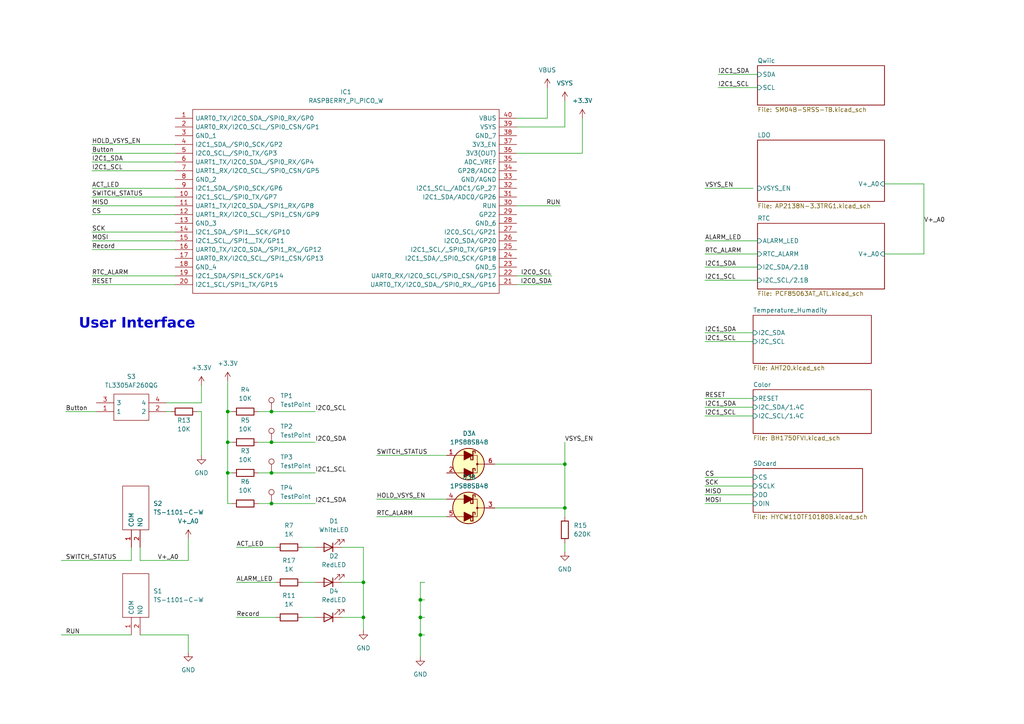
<source format=kicad_sch>
(kicad_sch (version 20230121) (generator eeschema)
  (paper "A4")
  (lib_symbols
    (symbol "Connector:TestPoint" (pin_numbers hide) (pin_names (offset 0.762) hide)
      (property "Reference" "TP" (at 0 6.858 0))
      (property "Value" "TestPoint" (at 0 5.08 0))
      (symbol "TestPoint_0_1"
        (circle (center 0 3.302) (radius 0.762))
      )
      (symbol "TestPoint_1_1"
        (pin passive line (at 0 0 90) (length 2.54) (name "1") (number "1"))
      )
    )
    (symbol "Device:LED" (pin_numbers hide) (pin_names (offset 1.016) hide)
      (property "Reference" "D" (at 0 2.54 0))
      (property "Value" "LED" (at 0 -2.54 0))
      (symbol "LED_0_1"
        (polyline (pts (xy -1.27 -1.27) (xy -1.27 1.27)) (stroke (width 0.254)))
        (polyline (pts (xy -1.27 0) (xy 1.27 0)))
        (polyline (pts (xy 1.27 -1.27) (xy 1.27 1.27) (xy -1.27 0) (xy 1.27 -1.27)) (stroke (width 0.254)))
        (polyline (pts (xy -3.048 -0.762) (xy -4.572 -2.286) (xy -3.81 -2.286) (xy -4.572 -2.286) (xy -4.572 -1.524)))
        (polyline (pts (xy -1.778 -0.762) (xy -3.302 -2.286) (xy -2.54 -2.286) (xy -3.302 -2.286) (xy -3.302 -1.524)))
      )
      (symbol "LED_1_1"
        (pin passive line (at -3.81 0 0) (length 2.54) (name "K") (number "1"))
        (pin passive line (at 3.81 0 180) (length 2.54) (name "A") (number "2"))
      )
    )
    (symbol "Device:R" (pin_numbers hide) (pin_names (offset 0))
      (property "Reference" "R" (at 2.032 0 90))
      (property "Value" "R" (at 0 0 90))
      (symbol "R_0_1"
        (rectangle (start -1.016 -2.54) (end 1.016 2.54) (stroke (width 0.254)))
      )
      (symbol "R_1_1"
        (pin passive line (at 0 3.81 270) (length 1.27) (name "~") (number "1"))
        (pin passive line (at 0 -3.81 90) (length 1.27) (name "~") (number "2"))
      )
    )
    (symbol "PCM_Diode_Schottky_AKL:1PS88SB48" (pin_names (offset 1.016) hide)
      (property "Reference" "D" (at 0 8.89 0))
      (property "Value" "1PS88SB48" (at 0 6.35 0))
      (symbol "1PS88SB48_0_1"
        (polyline (pts (xy -1.27 -2.54) (xy -3.81 -2.54)))
        (polyline (pts (xy -1.27 2.54) (xy -3.81 2.54)))
        (polyline (pts (xy 1.27 -3.81) (xy 1.27 -1.27)) (stroke (width 0.254)))
        (polyline (pts (xy 1.27 1.27) (xy 1.27 3.81)) (stroke (width 0.254)))
        (polyline (pts (xy 5.08 0) (xy 2.54 0)))
        (polyline (pts (xy 1.27 -2.54) (xy 2.54 -2.54) (xy 2.54 2.54) (xy 1.27 2.54)))
        (circle (center 0 0) (radius 4.572) (stroke (width 0.254)) (fill (type background)))
        (circle (center 2.54 0) (radius 0.254) (fill (type outline)))
      )
      (symbol "1PS88SB48_1_1"
        (polyline (pts (xy -1.27 -2.54) (xy 1.27 -2.54)))
        (polyline (pts (xy -1.27 2.54) (xy 1.27 2.54)))
        (polyline (pts (xy 1.27 -3.81) (xy 1.27 -1.27)) (stroke (width 0.254)))
        (polyline (pts (xy 1.27 1.27) (xy 1.27 3.81)) (stroke (width 0.254)))
        (polyline (pts (xy -1.27 -3.81) (xy -1.27 -1.27) (xy 1.27 -2.54) (xy -1.27 -3.81)) (stroke (width 0.254)) (fill (type outline)))
        (polyline (pts (xy -1.27 1.27) (xy -1.27 3.81) (xy 1.27 2.54) (xy -1.27 1.27)) (stroke (width 0.254)) (fill (type outline)))
        (polyline (pts (xy 0.635 -3.175) (xy 0.635 -3.81) (xy 1.27 -3.81) (xy 1.27 -1.27) (xy 1.905 -1.27) (xy 1.905 -1.905)) (stroke (width 0.254)))
        (polyline (pts (xy 0.635 1.905) (xy 0.635 1.27) (xy 1.27 1.27) (xy 1.27 3.81) (xy 1.905 3.81) (xy 1.905 3.175)) (stroke (width 0.254)))
        (pin passive line (at -6.35 2.54 0) (length 2.54) (name "A1") (number "1"))
        (pin passive line (at -6.35 -2.54 0) (length 2.54) (name "A1") (number "2"))
        (pin passive line (at 7.62 0 180) (length 2.54) (name "K1") (number "6"))
      )
      (symbol "1PS88SB48_2_1"
        (polyline (pts (xy -1.27 -2.54) (xy 1.27 -2.54)))
        (polyline (pts (xy -1.27 2.54) (xy 1.27 2.54)))
        (polyline (pts (xy 1.27 -3.81) (xy 1.27 -1.27)) (stroke (width 0.254)))
        (polyline (pts (xy 1.27 1.27) (xy 1.27 3.81)) (stroke (width 0.254)))
        (polyline (pts (xy -1.27 -3.81) (xy -1.27 -1.27) (xy 1.27 -2.54) (xy -1.27 -3.81)) (stroke (width 0.254)) (fill (type outline)))
        (polyline (pts (xy -1.27 1.27) (xy -1.27 3.81) (xy 1.27 2.54) (xy -1.27 1.27)) (stroke (width 0.254)) (fill (type outline)))
        (polyline (pts (xy 0.635 -3.175) (xy 0.635 -3.81) (xy 1.27 -3.81) (xy 1.27 -1.27) (xy 1.905 -1.27) (xy 1.905 -1.905)) (stroke (width 0.254)))
        (polyline (pts (xy 0.635 1.905) (xy 0.635 1.27) (xy 1.27 1.27) (xy 1.27 3.81) (xy 1.905 3.81) (xy 1.905 3.175)) (stroke (width 0.254)))
        (pin passive line (at 7.62 0 180) (length 2.54) (name "K2") (number "3"))
        (pin passive line (at -6.35 2.54 0) (length 2.54) (name "A2") (number "4"))
        (pin passive line (at -6.35 -2.54 0) (length 2.54) (name "A2") (number "5"))
      )
    )
    (symbol "RASPBERRY_PI_PICO_W:RASPBERRY_PI_PICO_W" (pin_names (offset 0.762))
      (property "Reference" "IC" (at 95.25 7.62 0))
      (property "Value" "RASPBERRY_PI_PICO_W" (at 95.25 5.08 0))
      (symbol "RASPBERRY_PI_PICO_W_0_0"
        (pin passive line (at 0 0 0) (length 5.08) (name "UART0_TX/I2C0_SDA_/SPI0_RX/GP0") (number "1"))
        (pin passive line (at 0 -22.86 0) (length 5.08) (name "I2C1_SCL_/SPI0_TX/GP7") (number "10"))
        (pin passive line (at 0 -25.4 0) (length 5.08) (name "UART1_TX/I2C0_SDA_/SPI1_RX/GP8") (number "11"))
        (pin passive line (at 0 -27.94 0) (length 5.08) (name "UART1_RX/I2C0_SCL_/SPI1_CSN/GP9") (number "12"))
        (pin passive line (at 0 -30.48 0) (length 5.08) (name "GND_3") (number "13"))
        (pin passive line (at 0 -33.02 0) (length 5.08) (name "I2C1_SDA_/SPI1__SCK/GP10") (number "14"))
        (pin passive line (at 0 -35.56 0) (length 5.08) (name "I2C1_SCL_/SPI1__TX/GP11") (number "15"))
        (pin passive line (at 0 -38.1 0) (length 5.08) (name "UART0_TX/I2C0_SDA_/SPI1_RX_/GP12") (number "16"))
        (pin passive line (at 0 -40.64 0) (length 5.08) (name "UART0_RX/I2C0_SCL_/SPI1_CSN/GP13") (number "17"))
        (pin passive line (at 0 -43.18 0) (length 5.08) (name "GND_4") (number "18"))
        (pin passive line (at 0 -45.72 0) (length 5.08) (name "I2C1_SDA/SPI1_SCK/GP14") (number "19"))
        (pin passive line (at 0 -2.54 0) (length 5.08) (name "UART0_RX/I2C0_SCL_/SPI0_CSN/GP1") (number "2"))
        (pin passive line (at 0 -48.26 0) (length 5.08) (name "I2C1_SCL/SPI1_TX/GP15") (number "20"))
        (pin passive line (at 99.06 -48.26 180) (length 5.08) (name "UART0_TX/I2C0_SDA_/SPI0_RX_/GP16") (number "21"))
        (pin passive line (at 99.06 -45.72 180) (length 5.08) (name "UART0_RX/I2C0_SCL/SPIO_CSN/GP17") (number "22"))
        (pin passive line (at 99.06 -43.18 180) (length 5.08) (name "GND_5") (number "23"))
        (pin passive line (at 99.06 -40.64 180) (length 5.08) (name "I2C1_SDA/_SPI0_SCK/GP18") (number "24"))
        (pin passive line (at 99.06 -38.1 180) (length 5.08) (name "I2C1_SCL/_SPI0_TX/GP19") (number "25"))
        (pin passive line (at 99.06 -35.56 180) (length 5.08) (name "I2C0_SDA/GP20") (number "26"))
        (pin passive line (at 99.06 -33.02 180) (length 5.08) (name "I2C0_SCL/GP21") (number "27"))
        (pin passive line (at 99.06 -30.48 180) (length 5.08) (name "GND_6") (number "28"))
        (pin passive line (at 99.06 -27.94 180) (length 5.08) (name "GP22") (number "29"))
        (pin passive line (at 0 -5.08 0) (length 5.08) (name "GND_1") (number "3"))
        (pin passive line (at 99.06 -25.4 180) (length 5.08) (name "RUN") (number "30"))
        (pin passive line (at 99.06 -22.86 180) (length 5.08) (name "I2C1_SDA/ADC0/GP26") (number "31"))
        (pin passive line (at 99.06 -20.32 180) (length 5.08) (name "I2C1_SCL_/ADC1/GP_27") (number "32"))
        (pin passive line (at 99.06 -17.78 180) (length 5.08) (name "GND/AGND") (number "33"))
        (pin passive line (at 99.06 -15.24 180) (length 5.08) (name "GP28/ADC2") (number "34"))
        (pin passive line (at 99.06 -12.7 180) (length 5.08) (name "ADC_VREF") (number "35"))
        (pin passive line (at 99.06 -10.16 180) (length 5.08) (name "3V3(OUT)") (number "36"))
        (pin passive line (at 99.06 -7.62 180) (length 5.08) (name "3V3_EN") (number "37"))
        (pin passive line (at 99.06 -5.08 180) (length 5.08) (name "GND_7") (number "38"))
        (pin passive line (at 99.06 -2.54 180) (length 5.08) (name "VSYS") (number "39"))
        (pin passive line (at 0 -7.62 0) (length 5.08) (name "I2C1_SDA_/SPI0_SCK/GP2") (number "4"))
        (pin passive line (at 99.06 0 180) (length 5.08) (name "VBUS") (number "40"))
        (pin passive line (at 0 -10.16 0) (length 5.08) (name "I2C0_SCL_/SPI0_TX/GP3") (number "5"))
        (pin passive line (at 0 -12.7 0) (length 5.08) (name "UART1_TX/I2C0_SDA_/SPI0_RX/GP4") (number "6"))
        (pin passive line (at 0 -15.24 0) (length 5.08) (name "UART1_RX/I2C0_SCL_/SPI0_CSN/GP5") (number "7"))
        (pin passive line (at 0 -17.78 0) (length 5.08) (name "GND_2") (number "8"))
        (pin passive line (at 0 -20.32 0) (length 5.08) (name "I2C1_SDA_/SPI0_SCK/GP6") (number "9"))
      )
      (symbol "RASPBERRY_PI_PICO_W_0_1"
        (polyline (pts (xy 5.08 2.54) (xy 93.98 2.54) (xy 93.98 -50.8) (xy 5.08 -50.8) (xy 5.08 2.54)) (stroke (width 0.1524)))
      )
    )
    (symbol "TL3305AF260QG:TL3305AF260QG" (pin_names (offset 0.762))
      (property "Reference" "S" (at 16.51 7.62 0))
      (property "Value" "TL3305AF260QG" (at 16.51 5.08 0))
      (symbol "TL3305AF260QG_0_0"
        (pin passive line (at 0 -2.54 0) (length 5.08) (name "1") (number "1"))
        (pin passive line (at 20.32 -2.54 180) (length 5.08) (name "2") (number "2"))
        (pin passive line (at 0 0 0) (length 5.08) (name "3") (number "3"))
        (pin passive line (at 20.32 0 180) (length 5.08) (name "4") (number "4"))
      )
      (symbol "TL3305AF260QG_0_1"
        (polyline (pts (xy 5.08 2.54) (xy 15.24 2.54) (xy 15.24 -5.08) (xy 5.08 -5.08) (xy 5.08 2.54)) (stroke (width 0.1524)))
      )
    )
    (symbol "TS-1101-C-W:TS-1101-C-W" (pin_names (offset 0.762))
      (property "Reference" "S" (at 19.05 7.62 0))
      (property "Value" "TS-1101-C-W" (at 19.05 5.08 0))
      (symbol "TS-1101-C-W_0_0"
        (pin passive line (at 0 0 0) (length 5.08) (name "COM") (number "1"))
        (pin passive line (at 0 -2.54 0) (length 5.08) (name "NO") (number "2"))
      )
      (symbol "TS-1101-C-W_0_1"
        (polyline (pts (xy 5.08 2.54) (xy 17.78 2.54) (xy 17.78 -5.08) (xy 5.08 -5.08) (xy 5.08 2.54)) (stroke (width 0.1524)))
      )
    )
    (symbol "power:+3.3V" (power) (pin_names (offset 0))
      (property "Value" "+3.3V" (at 0 3.556 0))
      (symbol "+3.3V_0_1"
        (polyline (pts (xy -0.762 1.27) (xy 0 2.54)))
        (polyline (pts (xy 0 0) (xy 0 2.54)))
        (polyline (pts (xy 0 2.54) (xy 0.762 1.27)))
      )
      (symbol "+3.3V_1_1"
        (pin power_in line (at 0 0 90) (length 0) hide (name "+3.3V") (number "1"))
      )
    )
    (symbol "power:GND" (power) (pin_names (offset 0))
      (property "Value" "GND" (at 0 -3.81 0))
      (symbol "GND_0_1"
        (polyline (pts (xy 0 0) (xy 0 -1.27) (xy 1.27 -1.27) (xy 0 -2.54) (xy -1.27 -1.27) (xy 0 -1.27)))
      )
      (symbol "GND_1_1"
        (pin power_in line (at 0 0 270) (length 0) hide (name "GND") (number "1"))
      )
    )
    (symbol "power:VBUS" (power) (pin_names (offset 0))
      (property "Value" "VBUS" (at 0 3.81 0))
      (symbol "VBUS_0_1"
        (polyline (pts (xy -0.762 1.27) (xy 0 2.54)))
        (polyline (pts (xy 0 0) (xy 0 2.54)))
        (polyline (pts (xy 0 2.54) (xy 0.762 1.27)))
      )
      (symbol "VBUS_1_1"
        (pin power_in line (at 0 0 90) (length 0) hide (name "VBUS") (number "1"))
      )
    )
    (symbol "power_vsys:V+_A0" (power) (pin_names (offset 0))
      (property "Value" "V+_A0" (at 0 3.81 0))
      (symbol "V+_A0_0_1"
        (polyline (pts (xy -0.762 1.27) (xy 0 2.54)))
        (polyline (pts (xy 0 0) (xy 0 2.54)))
        (polyline (pts (xy 0 2.54) (xy 0.762 1.27)))
      )
      (symbol "V+_A0_1_1"
        (pin power_in line (at 0 0 90) (length 0) hide (name "V+_A0") (number "1"))
      )
    )
    (symbol "power_vsys:VSYS" (power) (pin_names (offset 0))
      (property "Value" "VSYS" (at 0 3.81 0))
      (symbol "VSYS_0_1"
        (polyline (pts (xy -0.762 1.27) (xy 0 2.54)))
        (polyline (pts (xy 0 0) (xy 0 2.54)))
        (polyline (pts (xy 0 2.54) (xy 0.762 1.27)))
      )
      (symbol "VSYS_1_1"
        (pin power_in line (at 0 0 90) (length 0) hide (name "VSYS") (number "1"))
      )
    )
  )
  (junction (at 66.04 137.16))
  (junction (at 121.92 179.07))
  (junction (at 105.41 168.91))
  (junction (at 66.04 119.38))
  (junction (at 78.74 128.27))
  (junction (at 121.92 173.99))
  (junction (at 78.74 137.16))
  (junction (at 66.04 128.27))
  (junction (at 163.83 134.62))
  (junction (at 78.74 146.05))
  (junction (at 163.83 147.32))
  (junction (at 105.41 179.07))
  (junction (at 78.74 119.38))
  (junction (at 121.92 184.15))
  (wire (pts (xy 204.47 54.61) (xy 218.44 54.61)))
  (wire (pts (xy 204.47 115.57) (xy 218.44 115.57)))
  (wire (pts (xy 40.64 158.75) (xy 40.64 162.56)))
  (wire (pts (xy 66.04 119.38) (xy 66.04 128.27)))
  (wire (pts (xy 99.06 158.75) (xy 105.41 158.75)))
  (wire (pts (xy 68.58 168.91) (xy 80.01 168.91)))
  (wire (pts (xy 105.41 179.07) (xy 105.41 182.88)))
  (wire (pts (xy 204.47 99.06) (xy 218.44 99.06)))
  (wire (pts (xy 68.58 179.07) (xy 80.01 179.07)))
  (wire (pts (xy 163.83 128.27) (xy 163.83 134.62)))
  (wire (pts (xy 109.22 132.08) (xy 129.54 132.08)))
  (wire (pts (xy 163.83 157.48) (xy 163.83 160.02)))
  (wire (pts (xy 78.74 137.16) (xy 91.44 137.16)))
  (wire (pts (xy 158.75 34.29) (xy 158.75 25.4)))
  (wire (pts (xy 105.41 168.91) (xy 105.41 179.07)))
  (wire (pts (xy 78.74 146.05) (xy 91.44 146.05)))
  (wire (pts (xy 78.74 119.38) (xy 91.44 119.38)))
  (wire (pts (xy 26.67 44.45) (xy 50.8 44.45)))
  (wire (pts (xy 26.67 67.31) (xy 50.8 67.31)))
  (wire (pts (xy 66.04 137.16) (xy 66.04 146.05)))
  (wire (pts (xy 204.47 69.85) (xy 219.71 69.85)))
  (wire (pts (xy 256.54 53.34) (xy 267.97 53.34)))
  (wire (pts (xy 87.63 168.91) (xy 91.44 168.91)))
  (wire (pts (xy 99.06 168.91) (xy 105.41 168.91)))
  (wire (pts (xy 267.97 73.66) (xy 256.54 73.66)))
  (wire (pts (xy 149.86 59.69) (xy 162.56 59.69)))
  (wire (pts (xy 26.67 59.69) (xy 50.8 59.69)))
  (wire (pts (xy 26.67 41.91) (xy 50.8 41.91)))
  (wire (pts (xy 66.04 137.16) (xy 67.31 137.16)))
  (wire (pts (xy 87.63 179.07) (xy 91.44 179.07)))
  (wire (pts (xy 208.28 25.4) (xy 219.71 25.4)))
  (wire (pts (xy 66.04 119.38) (xy 67.31 119.38)))
  (wire (pts (xy 26.67 54.61) (xy 50.8 54.61)))
  (wire (pts (xy 121.92 184.15) (xy 121.92 190.5)))
  (wire (pts (xy 57.15 119.38) (xy 58.42 119.38)))
  (wire (pts (xy 121.92 173.99) (xy 121.92 179.07)))
  (wire (pts (xy 66.04 146.05) (xy 67.31 146.05)))
  (wire (pts (xy 105.41 158.75) (xy 105.41 168.91)))
  (wire (pts (xy 121.92 179.07) (xy 121.92 184.15)))
  (wire (pts (xy 163.83 147.32) (xy 163.83 149.86)))
  (wire (pts (xy 208.28 21.59) (xy 219.71 21.59)))
  (wire (pts (xy 74.93 146.05) (xy 78.74 146.05)))
  (wire (pts (xy 204.47 120.65) (xy 218.44 120.65)))
  (wire (pts (xy 204.47 73.66) (xy 219.71 73.66)))
  (wire (pts (xy 204.47 96.52) (xy 218.44 96.52)))
  (wire (pts (xy 26.67 82.55) (xy 50.8 82.55)))
  (wire (pts (xy 66.04 128.27) (xy 66.04 137.16)))
  (wire (pts (xy 204.47 146.05) (xy 218.44 146.05)))
  (wire (pts (xy 48.26 116.84) (xy 58.42 116.84)))
  (wire (pts (xy 26.67 69.85) (xy 50.8 69.85)))
  (wire (pts (xy 26.67 57.15) (xy 50.8 57.15)))
  (wire (pts (xy 54.61 184.15) (xy 54.61 189.23)))
  (wire (pts (xy 54.61 156.21) (xy 54.61 162.56)))
  (wire (pts (xy 163.83 36.83) (xy 163.83 29.21)))
  (wire (pts (xy 26.67 72.39) (xy 50.8 72.39)))
  (wire (pts (xy 38.1 158.75) (xy 38.1 162.56)))
  (wire (pts (xy 267.97 53.34) (xy 267.97 73.66)))
  (wire (pts (xy 204.47 140.97) (xy 218.44 140.97)))
  (wire (pts (xy 109.22 144.78) (xy 129.54 144.78)))
  (wire (pts (xy 121.92 168.91) (xy 121.92 173.99)))
  (wire (pts (xy 66.04 110.49) (xy 66.04 119.38)))
  (wire (pts (xy 143.51 147.32) (xy 163.83 147.32)))
  (wire (pts (xy 74.93 119.38) (xy 78.74 119.38)))
  (wire (pts (xy 17.78 184.15) (xy 38.1 184.15)))
  (wire (pts (xy 26.67 62.23) (xy 50.8 62.23)))
  (wire (pts (xy 149.86 36.83) (xy 163.83 36.83)))
  (wire (pts (xy 26.67 80.01) (xy 50.8 80.01)))
  (wire (pts (xy 26.67 46.99) (xy 50.8 46.99)))
  (wire (pts (xy 163.83 147.32) (xy 163.83 134.62)))
  (wire (pts (xy 40.64 162.56) (xy 54.61 162.56)))
  (wire (pts (xy 74.93 137.16) (xy 78.74 137.16)))
  (wire (pts (xy 121.92 179.07) (xy 123.19 179.07)))
  (wire (pts (xy 149.86 80.01) (xy 160.02 80.01)))
  (wire (pts (xy 87.63 158.75) (xy 91.44 158.75)))
  (wire (pts (xy 74.93 128.27) (xy 78.74 128.27)))
  (wire (pts (xy 78.74 128.27) (xy 91.44 128.27)))
  (wire (pts (xy 204.47 118.11) (xy 218.44 118.11)))
  (wire (pts (xy 109.22 149.86) (xy 129.54 149.86)))
  (wire (pts (xy 204.47 138.43) (xy 218.44 138.43)))
  (wire (pts (xy 58.42 116.84) (xy 58.42 111.76)))
  (wire (pts (xy 168.91 44.45) (xy 168.91 34.29)))
  (wire (pts (xy 66.04 128.27) (xy 67.31 128.27)))
  (wire (pts (xy 149.86 82.55) (xy 160.02 82.55)))
  (wire (pts (xy 48.26 119.38) (xy 49.53 119.38)))
  (wire (pts (xy 143.51 134.62) (xy 163.83 134.62)))
  (wire (pts (xy 149.86 34.29) (xy 158.75 34.29)))
  (wire (pts (xy 17.78 162.56) (xy 38.1 162.56)))
  (wire (pts (xy 204.47 77.47) (xy 219.71 77.47)))
  (wire (pts (xy 121.92 173.99) (xy 123.19 173.99)))
  (wire (pts (xy 123.19 168.91) (xy 121.92 168.91)))
  (wire (pts (xy 26.67 49.53) (xy 50.8 49.53)))
  (wire (pts (xy 40.64 184.15) (xy 54.61 184.15)))
  (wire (pts (xy 121.92 184.15) (xy 123.19 184.15)))
  (wire (pts (xy 68.58 158.75) (xy 80.01 158.75)))
  (wire (pts (xy 149.86 44.45) (xy 168.91 44.45)))
  (wire (pts (xy 19.05 119.38) (xy 27.94 119.38)))
  (wire (pts (xy 204.47 143.51) (xy 218.44 143.51)))
  (wire (pts (xy 99.06 179.07) (xy 105.41 179.07)))
  (wire (pts (xy 58.42 119.38) (xy 58.42 132.08)))
  (wire (pts (xy 204.47 81.28) (xy 219.71 81.28)))
  (text "User Interface" (at 22.86 96.52 0) (effects (font (size 3 3) (thickness 1) bold) (justify left bottom)))
  (label "I2C1_SCL" (at 204.47 81.28 0))
  (label "Record" (at 68.58 179.07 0))
  (label "I2C1_SDA" (at 91.44 146.05 0))
  (label "I2C0_SCL" (at 91.44 119.38 0))
  (label "ACT_LED" (at 68.58 158.75 0))
  (label "RESET" (at 204.47 115.57 0))
  (label "V+_A0" (at 45.72 162.56 0))
  (label "RTC_ALARM" (at 26.67 80.01 0))
  (label "HOLD_VSYS_EN" (at 26.67 41.91 0))
  (label "VSYS_EN" (at 204.47 54.61 0))
  (label "RTC_ALARM" (at 109.22 149.86 0))
  (label "Record" (at 26.67 72.39 0))
  (label "ACT_LED" (at 26.67 54.61 0))
  (label "MISO" (at 204.47 143.51 0))
  (label "I2C1_SCL" (at 204.47 120.65 0))
  (label "I2C1_SDA" (at 204.47 96.52 0))
  (label "ALARM_LED" (at 204.47 69.85 0))
  (label "ALARM_LED" (at 68.58 168.91 0))
  (label "I2C1_SDA" (at 204.47 118.11 0))
  (label "SWITCH_STATUS" (at 19.05 162.56 0))
  (label "SWITCH_STATUS" (at 26.67 57.15 0))
  (label "I2C0_SDA" (at 160.02 82.55 180))
  (label "MISO" (at 26.67 59.69 0))
  (label "RTC_ALARM" (at 204.47 73.66 0))
  (label "SWITCH_STATUS" (at 109.22 132.08 0))
  (label "I2C1_SCL" (at 26.67 49.53 0))
  (label "MOSI" (at 204.47 146.05 0))
  (label "RESET" (at 26.67 82.55 0))
  (label "I2C1_SCL" (at 208.28 25.4 0))
  (label "I2C1_SDA" (at 204.47 77.47 0))
  (label "RUN" (at 19.05 184.15 0))
  (label "HOLD_VSYS_EN" (at 109.22 144.78 0))
  (label "VSYS_EN" (at 163.83 128.27 0))
  (label "MOSI" (at 26.67 69.85 0))
  (label "RUN" (at 162.56 59.69 180))
  (label "CS" (at 26.67 62.23 0))
  (label "Button" (at 26.67 44.45 0))
  (label "CS" (at 204.47 138.43 0))
  (label "I2C1_SCL" (at 91.44 137.16 0))
  (label "I2C1_SCL" (at 204.47 99.06 0))
  (label "V+_A0" (at 267.97 64.77 0))
  (label "I2C0_SCL" (at 160.02 80.01 180))
  (label "I2C1_SDA" (at 26.67 46.99 0))
  (label "I2C0_SDA" (at 91.44 128.27 0))
  (label "I2C1_SDA" (at 208.28 21.59 0))
  (label "SCK" (at 26.67 67.31 0))
  (label "SCK" (at 204.47 140.97 0))
  (label "Button" (at 19.05 119.38 0))
  (symbol (lib_id "PCM_Diode_Schottky_AKL:1PS88SB48") (at 135.89 147.32 0) (unit 2)
    (property "Reference" "D3" (at 136.0805 138.43 0))
    (property "Value" "1PS88SB48" (at 136.0805 140.97 0))
    (property "Footprint" "Package_TO_SOT_SMD:SOT-363_SC-70-6" (effects hide))
    (property "Datasheet" "https://www.tme.eu/Document/efcb48e084f0b780c9b8a2cd336b0d4b/BAS40_1PSXXSB4X_SER.pdf" (effects hide))
  )
  (symbol (lib_id "Connector:TestPoint") (at 78.74 137.16 0) (unit 1)
    (property "Reference" "TP3" (at 81.28 132.588 0) (effects (justify left)))
    (property "Value" "TestPoint" (at 81.28 135.128 0) (effects (justify left)))
    (property "Footprint" "TestPoint:TestPoint_Pad_D1.0mm" (effects hide))
  )
  (symbol (lib_id "RASPBERRY_PI_PICO_W:RASPBERRY_PI_PICO_W") (at 50.8 34.29 0) (unit 1)
    (property "Reference" "IC1" (at 100.33 26.67 0))
    (property "Value" "RASPBERRY_PI_PICO_W" (at 100.33 29.21 0))
    (property "Footprint" "PICO_W:RASPBERRYPIPICOW" (effects hide))
    (property "Datasheet" "https://datasheets.raspberrypi.com/picow/pico-w-datasheet.pdf" (effects hide))
    (property "Description" "RASPBERRY-PI - RASPBERRY PI PICO W - Raspberry Pi Board, Raspberry Pi Pico W, RP2040, 32bit, ARM Cortex-M0+" (effects hide))
    (property "Height" "1" (effects hide))
    (property "Manufacturer_Name" "RASPBERRY-PI" (effects hide))
    (property "Manufacturer_Part_Number" "RASPBERRY PI PICO W" (effects hide))
  )
  (symbol (lib_id "Device:R") (at 83.82 158.75 90) (unit 1)
    (property "Reference" "R7" (at 83.82 152.4128 90))
    (property "Value" "1K" (at 83.82 154.9528 90))
    (property "Footprint" "Resistor_SMD:R_0603_1608Metric" (effects hide))
    (property "Manufacturer_Part_Number" "0603WAF1001T5E" (effects hide))
  )
  (symbol (lib_id "Device:R") (at 83.82 179.07 90) (unit 1)
    (property "Reference" "R11" (at 83.82 172.7328 90))
    (property "Value" "1K" (at 83.82 175.2728 90))
    (property "Footprint" "Resistor_SMD:R_0603_1608Metric" (effects hide))
    (property "Manufacturer_Part_Number" "0603WAF1001T5E" (effects hide))
  )
  (symbol (lib_id "Connector:TestPoint") (at 78.74 128.27 0) (unit 1)
    (property "Reference" "TP2" (at 81.28 123.698 0) (effects (justify left)))
    (property "Value" "TestPoint" (at 81.28 126.238 0) (effects (justify left)))
    (property "Footprint" "TestPoint:TestPoint_Pad_D1.0mm" (effects hide))
  )
  (symbol (lib_id "power:VBUS") (at 158.75 25.4 0) (unit 1)
    (property "Reference" "#PWR06" (effects hide))
    (property "Value" "VBUS" (at 158.75 20.32 0))
  )
  (symbol (lib_id "power:GND") (at 121.92 190.5 0) (unit 1)
    (property "Reference" "#PWR018" (effects hide))
    (property "Value" "GND" (at 121.92 195.58 0))
  )
  (symbol (lib_id "Device:LED") (at 95.25 158.75 180) (unit 1)
    (property "Reference" "D1" (at 96.8375 151.13 0))
    (property "Value" "WhiteLED" (at 96.8375 153.67 0))
    (property "Footprint" "LED_SMD:LED_0603_1608Metric" (effects hide))
    (property "Manufacturer_Part_Number" "SML-E12V8WT86" (effects hide))
  )
  (symbol (lib_id "PCM_Diode_Schottky_AKL:1PS88SB48") (at 135.89 134.62 0) (unit 1)
    (property "Reference" "D3" (at 136.0805 125.73 0))
    (property "Value" "1PS88SB48" (at 136.0805 128.27 0))
    (property "Footprint" "Package_TO_SOT_SMD:SOT-363_SC-70-6" (effects hide))
    (property "Datasheet" "https://www.tme.eu/Document/efcb48e084f0b780c9b8a2cd336b0d4b/BAS40_1PSXXSB4X_SER.pdf" (effects hide))
  )
  (symbol (lib_id "TL3305AF260QG:TL3305AF260QG") (at 27.94 116.84 0) (unit 1)
    (property "Reference" "S3" (at 38.1 109.22 0))
    (property "Value" "TL3305AF260QG" (at 38.1 111.76 0))
    (property "Footprint" "TL3305AF260QG:TL3305AF160QG" (effects hide))
    (property "Datasheet" "https://componentsearchengine.com/Datasheets/1/TL3305AF260QG.pdf" (effects hide))
    (property "Description" "E-SWITCH - TL3305AF260QG - TACTILE SW, SPST, 0.05A, 12VDC, SOLDER" (effects hide))
    (property "Manufacturer_Name" "E-Switch" (effects hide))
    (property "Manufacturer_Part_Number" "TL3305AF260QG" (effects hide))
    (property "Mouser Part Number" "612-TL3305AF260QG" (effects hide))
    (property "Mouser Price/Stock" "https://www.mouser.co.uk/ProductDetail/E-Switch/TL3305AF260QG?qs=UrFqKgNWc7QGfGfc5KSA7A%3D%3D" (effects hide))
    (property "LCSC" "C2886902" (effects hide))
  )
  (symbol (lib_id "power:GND") (at 163.83 160.02 0) (unit 1)
    (property "Reference" "#PWR026" (effects hide))
    (property "Value" "GND" (at 163.83 165.1 0))
  )
  (symbol (lib_id "Device:R") (at 71.12 119.38 270) (unit 1)
    (property "Reference" "R4" (at 71.12 113.03 90))
    (property "Value" "10K" (at 71.12 115.57 90))
    (property "Footprint" "Resistor_SMD:R_0603_1608Metric" (effects hide))
    (property "Manufacturer_Part_Number" "0603WAF1002T5E" (effects hide))
  )
  (symbol (lib_id "Device:R") (at 71.12 146.05 270) (unit 1)
    (property "Reference" "R6" (at 71.12 139.7 90))
    (property "Value" "10K" (at 71.12 142.24 90))
    (property "Footprint" "Resistor_SMD:R_0603_1608Metric" (effects hide))
    (property "Manufacturer_Part_Number" "0603WAF1002T5E" (effects hide))
  )
  (symbol (lib_id "Connector:TestPoint") (at 78.74 146.05 0) (unit 1)
    (property "Reference" "TP4" (at 81.28 141.478 0) (effects (justify left)))
    (property "Value" "TestPoint" (at 81.28 144.018 0) (effects (justify left)))
    (property "Footprint" "TestPoint:TestPoint_Pad_D1.0mm" (effects hide))
  )
  (symbol (lib_id "power:+3.3V") (at 66.04 110.49 0) (unit 1)
    (property "Reference" "#PWR09" (effects hide))
    (property "Value" "+3.3V" (at 66.04 105.41 0))
  )
  (symbol (lib_id "Device:R") (at 71.12 137.16 270) (unit 1)
    (property "Reference" "R3" (at 71.12 130.81 90))
    (property "Value" "10K" (at 71.12 133.35 90))
    (property "Footprint" "Resistor_SMD:R_0603_1608Metric" (effects hide))
    (property "Manufacturer_Part_Number" "0603WAF1002T5E" (effects hide))
  )
  (symbol (lib_id "power_vsys:V+_A0") (at 54.61 156.21 0) (unit 1)
    (property "Reference" "#PWR024" (effects hide))
    (property "Value" "V+_A0" (at 54.61 151.13 0))
  )
  (symbol (lib_id "TS-1101-C-W:TS-1101-C-W") (at 38.1 158.75 90) (unit 1)
    (property "Reference" "S2" (at 44.45 146.05 90) (effects (justify right)))
    (property "Value" "TS-1101-C-W" (at 44.45 148.59 90) (effects (justify right)))
    (property "Footprint" "TS-1101-C-W:TS1101CW" (effects hide))
    (property "Datasheet" "http://www.helloxkb.com/public/images/pdf/TS-1101-X-X.pdf" (effects hide))
    (property "Description" "tact switch 3x6x2.5 stick flat foot white button 260GF" (effects hide))
    (property "Height" "2.6" (effects hide))
    (property "Manufacturer_Name" "XKB Connectivity" (effects hide))
    (property "Manufacturer_Part_Number" "TS-1101-C-W" (effects hide))
  )
  (symbol (lib_id "Device:LED") (at 95.25 179.07 180) (unit 1)
    (property "Reference" "D4" (at 96.8375 171.45 0))
    (property "Value" "RedLED" (at 96.8375 173.99 0))
    (property "Footprint" "LED_SMD:LED_0603_1608Metric" (effects hide))
    (property "Manufacturer_Part_Number" "XL-1608VRC-06" (effects hide))
  )
  (symbol (lib_id "Connector:TestPoint") (at 78.74 119.38 0) (unit 1)
    (property "Reference" "TP1" (at 81.28 114.808 0) (effects (justify left)))
    (property "Value" "TestPoint" (at 81.28 117.348 0) (effects (justify left)))
    (property "Footprint" "TestPoint:TestPoint_Pad_D1.0mm" (effects hide))
  )
  (symbol (lib_id "power_vsys:VSYS") (at 163.83 29.21 0) (unit 1)
    (property "Reference" "#PWR07" (effects hide))
    (property "Value" "VSYS" (at 163.83 24.13 0))
  )
  (symbol (lib_id "Device:LED") (at 95.25 168.91 180) (unit 1)
    (property "Reference" "D2" (at 96.8375 161.29 0))
    (property "Value" "RedLED" (at 96.8375 163.83 0))
    (property "Footprint" "LED_SMD:LED_0603_1608Metric" (effects hide))
    (property "Manufacturer_Part_Number" "XL-1608VRC-06" (effects hide))
  )
  (symbol (lib_id "Device:R") (at 83.82 168.91 90) (unit 1)
    (property "Reference" "R17" (at 83.82 162.5728 90))
    (property "Value" "1K" (at 83.82 165.1128 90))
    (property "Footprint" "Resistor_SMD:R_0603_1608Metric" (effects hide))
    (property "Manufacturer_Part_Number" "0603WAF1001T5E" (effects hide))
  )
  (symbol (lib_id "Device:R") (at 163.83 153.67 180) (unit 1)
    (property "Reference" "R15" (at 166.37 152.4 0) (effects (justify right)))
    (property "Value" "620K" (at 166.37 154.94 0) (effects (justify right)))
    (property "Footprint" "Resistor_SMD:R_0603_1608Metric" (effects hide))
    (property "Manufacturer_Part_Number" "0603WAF6203T5E" (effects hide))
  )
  (symbol (lib_id "power:+3.3V") (at 168.91 34.29 0) (unit 1)
    (property "Reference" "#PWR08" (effects hide))
    (property "Value" "+3.3V" (at 168.91 29.21 0))
  )
  (symbol (lib_id "power:GND") (at 105.41 182.88 0) (unit 1)
    (property "Reference" "#PWR015" (effects hide))
    (property "Value" "GND" (at 105.41 187.96 0))
  )
  (symbol (lib_id "TS-1101-C-W:TS-1101-C-W") (at 38.1 184.15 90) (unit 1)
    (property "Reference" "S1" (at 44.45 171.45 90) (effects (justify right)))
    (property "Value" "TS-1101-C-W" (at 44.45 173.99 90) (effects (justify right)))
    (property "Footprint" "TS-1101-C-W:TS1101CW" (effects hide))
    (property "Datasheet" "http://www.helloxkb.com/public/images/pdf/TS-1101-X-X.pdf" (effects hide))
    (property "Description" "tact switch 3x6x2.5 stick flat foot white button 260GF" (effects hide))
    (property "Height" "2.6" (effects hide))
    (property "Manufacturer_Name" "XKB Connectivity" (effects hide))
    (property "Manufacturer_Part_Number" "TS-1101-C-W" (effects hide))
  )
  (symbol (lib_id "power:GND") (at 58.42 132.08 0) (unit 1)
    (property "Reference" "#PWR032" (effects hide))
    (property "Value" "GND" (at 58.42 137.16 0))
  )
  (symbol (lib_id "Device:R") (at 71.12 128.27 270) (unit 1)
    (property "Reference" "R5" (at 71.12 121.92 90))
    (property "Value" "10K" (at 71.12 124.46 90))
    (property "Footprint" "Resistor_SMD:R_0603_1608Metric" (effects hide))
    (property "Manufacturer_Part_Number" "0603WAF1002T5E" (effects hide))
  )
  (symbol (lib_id "Device:R") (at 53.34 119.38 270) (unit 1)
    (property "Reference" "R13" (at 53.34 121.92 90))
    (property "Value" "10K" (at 53.34 124.46 90))
    (property "Footprint" "Resistor_SMD:R_0603_1608Metric" (effects hide))
    (property "Manufacturer_Part_Number" "0603WAF1002T5E" (effects hide))
  )
  (symbol (lib_id "power:GND") (at 54.61 189.23 0) (unit 1)
    (property "Reference" "#PWR025" (effects hide))
    (property "Value" "GND" (at 54.61 194.31 0))
  )
  (symbol (lib_id "power:+3.3V") (at 58.42 111.76 0) (unit 1)
    (property "Reference" "#PWR033" (effects hide))
    (property "Value" "+3.3V" (at 58.42 106.68 0))
  )
  (sheet (at 219.71 40.64) (size 36.83 17.78) (stroke (width 0.1524))
    (property "Sheetname" "LDO" (at 219.71 39.9284 0) (effects (justify left bottom)))
    (property "Sheetfile" "AP2138N-3.3TRG1.kicad_sch" (at 219.71 59.0046 0) (effects (justify left top)))
    (pin "VSYS_EN" input (at 219.71 54.61 180))
    (pin "V+_A0" input (at 256.54 53.34 0))
  )
  (sheet (at 219.71 19.05) (size 36.83 11.43) (stroke (width 0.1524))
    (property "Sheetname" "Qwiic" (at 219.71 18.3384 0) (effects (justify left bottom)))
    (property "Sheetfile" "SM04B-SRSS-TB.kicad_sch" (at 219.71 31.0646 0) (effects (justify left top)))
    (pin "SDA" input (at 219.71 21.59 180))
    (pin "SCL" input (at 219.71 25.4 180))
  )
  (sheet (at 218.44 135.89) (size 31.75 12.7) (stroke (width 0.1524))
    (property "Sheetname" "SDcard" (at 218.44 135.1784 0) (effects (justify left bottom)))
    (property "Sheetfile" "HYCW110TF10180B.kicad_sch" (at 218.44 149.1746 0) (effects (justify left top)))
    (pin "CS" input (at 218.44 138.43 180))
    (pin "SCLK" input (at 218.44 140.97 180))
    (pin "DO" input (at 218.44 143.51 180))
    (pin "DIN" input (at 218.44 146.05 180))
  )
  (sheet (at 218.44 113.03) (size 34.29 12.7) (stroke (width 0.1524))
    (property "Sheetname" "Color" (at 218.44 112.3184 0) (effects (justify left bottom)))
    (property "Sheetfile" "BH1750FVI.kicad_sch" (at 218.44 126.3146 0) (effects (justify left top)))
    (pin "RESET" input (at 218.44 115.57 180))
    (pin "I2C_SDA{slash}1.4C" input (at 218.44 118.11 180))
    (pin "I2C_SCL{slash}1.4C" input (at 218.44 120.65 180))
  )
  (sheet (at 219.71 64.77) (size 36.83 19.05) (stroke (width 0.1524))
    (property "Sheetname" "RTC" (at 219.71 64.0584 0) (effects (justify left bottom)))
    (property "Sheetfile" "PCF85063AT_ATL.kicad_sch" (at 219.71 84.4046 0) (effects (justify left top)))
    (pin "ALARM_LED" input (at 219.71 69.85 180))
    (pin "RTC_ALARM" input (at 219.71 73.66 180))
    (pin "I2C_SDA{slash}2.1B" input (at 219.71 77.47 180))
    (pin "I2C_SCL{slash}2.1B" input (at 219.71 81.28 180))
    (pin "V+_A0" input (at 256.54 73.66 0))
  )
  (sheet (at 218.44 91.44) (size 34.29 13.97) (stroke (width 0.1524))
    (property "Sheetname" "Temperature_Humadity" (at 218.44 90.7284 0) (effects (justify left bottom)))
    (property "Sheetfile" "AHT20.kicad_sch" (at 218.44 105.9946 0) (effects (justify left top)))
    (pin "I2C_SDA" input (at 218.44 96.52 180))
    (pin "I2C_SCL" input (at 218.44 99.06 180))
  )
)
</source>
